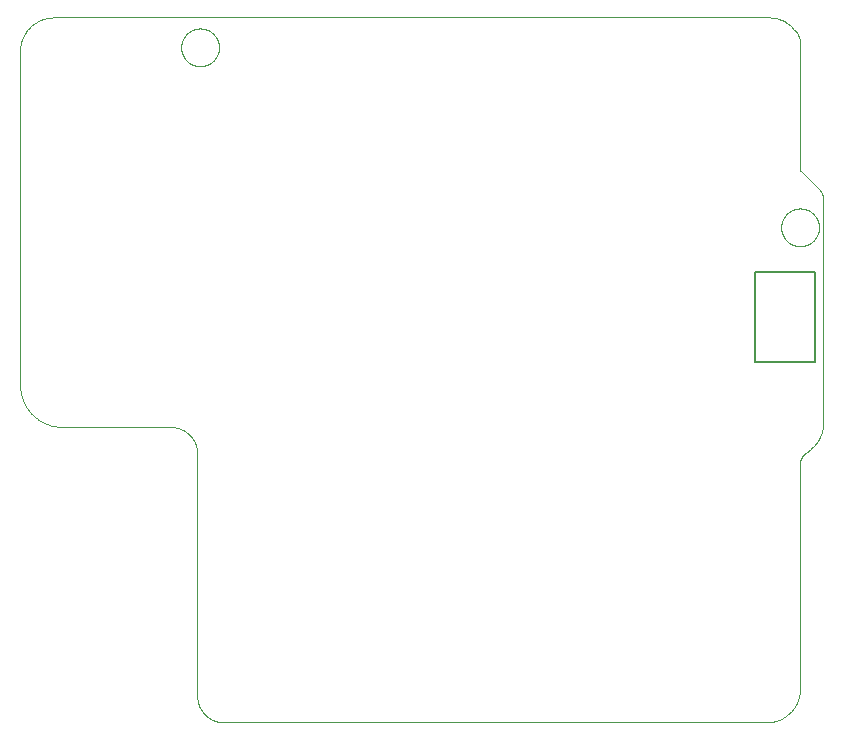
<source format=gbo>
G75*
%MOIN*%
%OFA0B0*%
%FSLAX25Y25*%
%IPPOS*%
%LPD*%
%AMOC8*
5,1,8,0,0,1.08239X$1,22.5*
%
%ADD10C,0.00000*%
%ADD11C,0.00500*%
D10*
X0064055Y0010103D02*
X0064055Y0090922D01*
X0064052Y0091135D01*
X0064045Y0091347D01*
X0064032Y0091560D01*
X0064014Y0091772D01*
X0063991Y0091983D01*
X0063963Y0092194D01*
X0063929Y0092404D01*
X0063891Y0092613D01*
X0063848Y0092822D01*
X0063799Y0093029D01*
X0063746Y0093235D01*
X0063687Y0093439D01*
X0063624Y0093642D01*
X0063556Y0093844D01*
X0063483Y0094044D01*
X0063405Y0094242D01*
X0063323Y0094438D01*
X0063235Y0094632D01*
X0063143Y0094823D01*
X0063047Y0095013D01*
X0062946Y0095200D01*
X0062840Y0095385D01*
X0062730Y0095567D01*
X0062615Y0095746D01*
X0062497Y0095923D01*
X0062374Y0096096D01*
X0062247Y0096267D01*
X0062115Y0096434D01*
X0061980Y0096599D01*
X0061841Y0096759D01*
X0061698Y0096917D01*
X0061551Y0097071D01*
X0061401Y0097221D01*
X0061247Y0097368D01*
X0061089Y0097511D01*
X0060929Y0097650D01*
X0060764Y0097785D01*
X0060597Y0097917D01*
X0060426Y0098044D01*
X0060253Y0098167D01*
X0060076Y0098285D01*
X0059897Y0098400D01*
X0059715Y0098510D01*
X0059530Y0098616D01*
X0059343Y0098717D01*
X0059153Y0098813D01*
X0058962Y0098905D01*
X0058768Y0098993D01*
X0058572Y0099075D01*
X0058374Y0099153D01*
X0058174Y0099226D01*
X0057972Y0099294D01*
X0057769Y0099357D01*
X0057565Y0099416D01*
X0057359Y0099469D01*
X0057152Y0099518D01*
X0056943Y0099561D01*
X0056734Y0099599D01*
X0056524Y0099633D01*
X0056313Y0099661D01*
X0056102Y0099684D01*
X0055890Y0099702D01*
X0055677Y0099715D01*
X0055465Y0099722D01*
X0055252Y0099725D01*
X0019195Y0099725D01*
X0018852Y0099729D01*
X0018509Y0099742D01*
X0018167Y0099762D01*
X0017825Y0099791D01*
X0017484Y0099828D01*
X0017144Y0099874D01*
X0016805Y0099928D01*
X0016468Y0099989D01*
X0016132Y0100059D01*
X0015798Y0100137D01*
X0015466Y0100224D01*
X0015136Y0100318D01*
X0014809Y0100420D01*
X0014484Y0100530D01*
X0014161Y0100647D01*
X0013842Y0100773D01*
X0013526Y0100906D01*
X0013213Y0101047D01*
X0012904Y0101195D01*
X0012598Y0101351D01*
X0012296Y0101514D01*
X0011999Y0101684D01*
X0011705Y0101862D01*
X0011416Y0102046D01*
X0011131Y0102238D01*
X0010851Y0102436D01*
X0010576Y0102641D01*
X0010306Y0102853D01*
X0010041Y0103071D01*
X0009782Y0103295D01*
X0009528Y0103525D01*
X0009280Y0103762D01*
X0009037Y0104005D01*
X0008800Y0104253D01*
X0008570Y0104507D01*
X0008346Y0104766D01*
X0008128Y0105031D01*
X0007916Y0105301D01*
X0007711Y0105576D01*
X0007513Y0105856D01*
X0007321Y0106141D01*
X0007137Y0106430D01*
X0006959Y0106724D01*
X0006789Y0107021D01*
X0006626Y0107323D01*
X0006470Y0107629D01*
X0006322Y0107938D01*
X0006181Y0108251D01*
X0006048Y0108567D01*
X0005922Y0108886D01*
X0005805Y0109209D01*
X0005695Y0109534D01*
X0005593Y0109861D01*
X0005499Y0110191D01*
X0005412Y0110523D01*
X0005334Y0110857D01*
X0005264Y0111193D01*
X0005203Y0111530D01*
X0005149Y0111869D01*
X0005103Y0112209D01*
X0005066Y0112550D01*
X0005037Y0112892D01*
X0005017Y0113234D01*
X0005004Y0113577D01*
X0005000Y0113920D01*
X0005000Y0225098D01*
X0005003Y0225368D01*
X0005013Y0225637D01*
X0005029Y0225907D01*
X0005052Y0226175D01*
X0005081Y0226444D01*
X0005117Y0226711D01*
X0005159Y0226977D01*
X0005208Y0227243D01*
X0005263Y0227507D01*
X0005324Y0227769D01*
X0005392Y0228031D01*
X0005466Y0228290D01*
X0005546Y0228548D01*
X0005633Y0228803D01*
X0005725Y0229056D01*
X0005824Y0229308D01*
X0005929Y0229556D01*
X0006040Y0229802D01*
X0006156Y0230045D01*
X0006279Y0230286D01*
X0006407Y0230523D01*
X0006541Y0230757D01*
X0006680Y0230988D01*
X0006825Y0231215D01*
X0006976Y0231439D01*
X0007132Y0231659D01*
X0007293Y0231876D01*
X0007459Y0232088D01*
X0007631Y0232296D01*
X0007807Y0232500D01*
X0007989Y0232700D01*
X0008175Y0232895D01*
X0008366Y0233086D01*
X0008561Y0233272D01*
X0008761Y0233454D01*
X0008965Y0233630D01*
X0009173Y0233802D01*
X0009385Y0233968D01*
X0009602Y0234129D01*
X0009822Y0234285D01*
X0010046Y0234436D01*
X0010273Y0234581D01*
X0010504Y0234720D01*
X0010738Y0234854D01*
X0010975Y0234982D01*
X0011216Y0235105D01*
X0011459Y0235221D01*
X0011705Y0235332D01*
X0011953Y0235437D01*
X0012205Y0235536D01*
X0012458Y0235628D01*
X0012713Y0235715D01*
X0012971Y0235795D01*
X0013230Y0235869D01*
X0013492Y0235937D01*
X0013754Y0235998D01*
X0014018Y0236053D01*
X0014284Y0236102D01*
X0014550Y0236144D01*
X0014817Y0236180D01*
X0015086Y0236209D01*
X0015354Y0236232D01*
X0015624Y0236248D01*
X0015893Y0236258D01*
X0016163Y0236261D01*
X0254763Y0236261D01*
X0262006Y0233275D02*
X0263110Y0232178D01*
X0265000Y0227635D02*
X0265000Y0185714D01*
X0265293Y0185007D02*
X0271217Y0179158D01*
X0272717Y0175571D02*
X0272717Y0101174D01*
X0272714Y0100903D01*
X0272704Y0100632D01*
X0272687Y0100361D01*
X0272664Y0100091D01*
X0272635Y0099822D01*
X0272598Y0099553D01*
X0272556Y0099285D01*
X0272506Y0099018D01*
X0272451Y0098753D01*
X0272388Y0098489D01*
X0272320Y0098227D01*
X0272245Y0097966D01*
X0272164Y0097707D01*
X0272076Y0097451D01*
X0271982Y0097196D01*
X0271882Y0096944D01*
X0271776Y0096695D01*
X0271664Y0096448D01*
X0271546Y0096204D01*
X0271422Y0095963D01*
X0271292Y0095724D01*
X0271157Y0095490D01*
X0271016Y0095258D01*
X0270869Y0095030D01*
X0270716Y0094806D01*
X0270559Y0094585D01*
X0270396Y0094369D01*
X0270227Y0094156D01*
X0270054Y0093948D01*
X0269875Y0093743D01*
X0269692Y0093544D01*
X0269504Y0093348D01*
X0269311Y0093158D01*
X0269114Y0092972D01*
X0268912Y0092791D01*
X0268705Y0092615D01*
X0268495Y0092444D01*
X0266956Y0091226D01*
X0264843Y0086856D02*
X0264843Y0033371D01*
X0265000Y0012547D01*
X0264997Y0012275D01*
X0264987Y0012004D01*
X0264970Y0011732D01*
X0264947Y0011462D01*
X0264918Y0011191D01*
X0264882Y0010922D01*
X0264839Y0010653D01*
X0264790Y0010386D01*
X0264735Y0010120D01*
X0264673Y0009855D01*
X0264605Y0009592D01*
X0264530Y0009331D01*
X0264450Y0009071D01*
X0264362Y0008814D01*
X0264269Y0008559D01*
X0264170Y0008306D01*
X0264064Y0008055D01*
X0263953Y0007808D01*
X0263835Y0007562D01*
X0263712Y0007320D01*
X0263583Y0007081D01*
X0263448Y0006845D01*
X0263307Y0006613D01*
X0263161Y0006384D01*
X0263009Y0006158D01*
X0262852Y0005936D01*
X0262690Y0005718D01*
X0262522Y0005504D01*
X0262349Y0005294D01*
X0262172Y0005089D01*
X0261989Y0004888D01*
X0261801Y0004691D01*
X0261609Y0004499D01*
X0261412Y0004311D01*
X0261211Y0004128D01*
X0261006Y0003951D01*
X0260796Y0003778D01*
X0260582Y0003610D01*
X0260364Y0003448D01*
X0260142Y0003291D01*
X0259916Y0003139D01*
X0259687Y0002993D01*
X0259455Y0002852D01*
X0259219Y0002717D01*
X0258980Y0002588D01*
X0258738Y0002465D01*
X0258492Y0002347D01*
X0258245Y0002236D01*
X0257994Y0002130D01*
X0257741Y0002031D01*
X0257486Y0001938D01*
X0257229Y0001850D01*
X0256969Y0001770D01*
X0256708Y0001695D01*
X0256445Y0001627D01*
X0256180Y0001565D01*
X0255914Y0001510D01*
X0255647Y0001461D01*
X0255378Y0001418D01*
X0255109Y0001382D01*
X0254838Y0001353D01*
X0254568Y0001330D01*
X0254296Y0001313D01*
X0254025Y0001303D01*
X0253753Y0001300D01*
X0072859Y0001300D01*
X0072646Y0001303D01*
X0072434Y0001310D01*
X0072221Y0001323D01*
X0072009Y0001341D01*
X0071798Y0001364D01*
X0071587Y0001392D01*
X0071377Y0001426D01*
X0071168Y0001464D01*
X0070959Y0001507D01*
X0070752Y0001556D01*
X0070546Y0001609D01*
X0070342Y0001668D01*
X0070139Y0001731D01*
X0069937Y0001799D01*
X0069737Y0001872D01*
X0069539Y0001950D01*
X0069343Y0002032D01*
X0069149Y0002120D01*
X0068958Y0002212D01*
X0068768Y0002308D01*
X0068581Y0002409D01*
X0068396Y0002515D01*
X0068214Y0002625D01*
X0068035Y0002740D01*
X0067858Y0002858D01*
X0067685Y0002981D01*
X0067514Y0003108D01*
X0067347Y0003240D01*
X0067182Y0003375D01*
X0067022Y0003514D01*
X0066864Y0003657D01*
X0066710Y0003804D01*
X0066560Y0003954D01*
X0066413Y0004108D01*
X0066270Y0004266D01*
X0066131Y0004426D01*
X0065996Y0004591D01*
X0065864Y0004758D01*
X0065737Y0004929D01*
X0065614Y0005102D01*
X0065496Y0005279D01*
X0065381Y0005458D01*
X0065271Y0005640D01*
X0065165Y0005825D01*
X0065064Y0006012D01*
X0064968Y0006202D01*
X0064876Y0006393D01*
X0064788Y0006587D01*
X0064706Y0006783D01*
X0064628Y0006981D01*
X0064555Y0007181D01*
X0064487Y0007383D01*
X0064424Y0007586D01*
X0064365Y0007790D01*
X0064312Y0007996D01*
X0064263Y0008203D01*
X0064220Y0008412D01*
X0064182Y0008621D01*
X0064148Y0008831D01*
X0064120Y0009042D01*
X0064097Y0009253D01*
X0064079Y0009465D01*
X0064066Y0009678D01*
X0064059Y0009890D01*
X0064056Y0010103D01*
X0264843Y0086856D02*
X0264845Y0087004D01*
X0264851Y0087151D01*
X0264861Y0087299D01*
X0264874Y0087446D01*
X0264892Y0087593D01*
X0264913Y0087739D01*
X0264939Y0087884D01*
X0264968Y0088029D01*
X0265001Y0088173D01*
X0265038Y0088316D01*
X0265078Y0088458D01*
X0265122Y0088599D01*
X0265171Y0088739D01*
X0265222Y0088877D01*
X0265278Y0089014D01*
X0265337Y0089150D01*
X0265399Y0089283D01*
X0265465Y0089415D01*
X0265535Y0089546D01*
X0265608Y0089674D01*
X0265684Y0089801D01*
X0265764Y0089925D01*
X0265847Y0090047D01*
X0265933Y0090167D01*
X0266022Y0090285D01*
X0266115Y0090400D01*
X0266210Y0090513D01*
X0266308Y0090623D01*
X0266410Y0090731D01*
X0266514Y0090836D01*
X0266621Y0090938D01*
X0266730Y0091037D01*
X0266842Y0091133D01*
X0266957Y0091226D01*
X0258700Y0166300D02*
X0258702Y0166458D01*
X0258708Y0166617D01*
X0258718Y0166775D01*
X0258732Y0166932D01*
X0258750Y0167090D01*
X0258771Y0167246D01*
X0258797Y0167403D01*
X0258827Y0167558D01*
X0258860Y0167713D01*
X0258898Y0167867D01*
X0258939Y0168020D01*
X0258984Y0168171D01*
X0259033Y0168322D01*
X0259086Y0168471D01*
X0259142Y0168619D01*
X0259203Y0168766D01*
X0259266Y0168911D01*
X0259334Y0169054D01*
X0259405Y0169195D01*
X0259479Y0169335D01*
X0259557Y0169473D01*
X0259639Y0169609D01*
X0259724Y0169742D01*
X0259812Y0169874D01*
X0259903Y0170003D01*
X0259998Y0170130D01*
X0260096Y0170254D01*
X0260197Y0170376D01*
X0260301Y0170496D01*
X0260407Y0170613D01*
X0260517Y0170727D01*
X0260630Y0170838D01*
X0260745Y0170946D01*
X0260864Y0171052D01*
X0260984Y0171154D01*
X0261107Y0171254D01*
X0261233Y0171350D01*
X0261361Y0171443D01*
X0261492Y0171533D01*
X0261624Y0171619D01*
X0261759Y0171702D01*
X0261896Y0171782D01*
X0262035Y0171858D01*
X0262175Y0171931D01*
X0262318Y0172000D01*
X0262462Y0172066D01*
X0262607Y0172128D01*
X0262755Y0172186D01*
X0262903Y0172241D01*
X0263053Y0172292D01*
X0263204Y0172339D01*
X0263357Y0172382D01*
X0263510Y0172421D01*
X0263664Y0172457D01*
X0263819Y0172488D01*
X0263975Y0172516D01*
X0264132Y0172540D01*
X0264289Y0172560D01*
X0264447Y0172576D01*
X0264604Y0172588D01*
X0264763Y0172596D01*
X0264921Y0172600D01*
X0265079Y0172600D01*
X0265237Y0172596D01*
X0265396Y0172588D01*
X0265553Y0172576D01*
X0265711Y0172560D01*
X0265868Y0172540D01*
X0266025Y0172516D01*
X0266181Y0172488D01*
X0266336Y0172457D01*
X0266490Y0172421D01*
X0266643Y0172382D01*
X0266796Y0172339D01*
X0266947Y0172292D01*
X0267097Y0172241D01*
X0267245Y0172186D01*
X0267393Y0172128D01*
X0267538Y0172066D01*
X0267682Y0172000D01*
X0267825Y0171931D01*
X0267965Y0171858D01*
X0268104Y0171782D01*
X0268241Y0171702D01*
X0268376Y0171619D01*
X0268508Y0171533D01*
X0268639Y0171443D01*
X0268767Y0171350D01*
X0268893Y0171254D01*
X0269016Y0171154D01*
X0269136Y0171052D01*
X0269255Y0170946D01*
X0269370Y0170838D01*
X0269483Y0170727D01*
X0269593Y0170613D01*
X0269699Y0170496D01*
X0269803Y0170376D01*
X0269904Y0170254D01*
X0270002Y0170130D01*
X0270097Y0170003D01*
X0270188Y0169874D01*
X0270276Y0169742D01*
X0270361Y0169609D01*
X0270443Y0169473D01*
X0270521Y0169335D01*
X0270595Y0169195D01*
X0270666Y0169054D01*
X0270734Y0168911D01*
X0270797Y0168766D01*
X0270858Y0168619D01*
X0270914Y0168471D01*
X0270967Y0168322D01*
X0271016Y0168171D01*
X0271061Y0168020D01*
X0271102Y0167867D01*
X0271140Y0167713D01*
X0271173Y0167558D01*
X0271203Y0167403D01*
X0271229Y0167246D01*
X0271250Y0167090D01*
X0271268Y0166932D01*
X0271282Y0166775D01*
X0271292Y0166617D01*
X0271298Y0166458D01*
X0271300Y0166300D01*
X0271298Y0166142D01*
X0271292Y0165983D01*
X0271282Y0165825D01*
X0271268Y0165668D01*
X0271250Y0165510D01*
X0271229Y0165354D01*
X0271203Y0165197D01*
X0271173Y0165042D01*
X0271140Y0164887D01*
X0271102Y0164733D01*
X0271061Y0164580D01*
X0271016Y0164429D01*
X0270967Y0164278D01*
X0270914Y0164129D01*
X0270858Y0163981D01*
X0270797Y0163834D01*
X0270734Y0163689D01*
X0270666Y0163546D01*
X0270595Y0163405D01*
X0270521Y0163265D01*
X0270443Y0163127D01*
X0270361Y0162991D01*
X0270276Y0162858D01*
X0270188Y0162726D01*
X0270097Y0162597D01*
X0270002Y0162470D01*
X0269904Y0162346D01*
X0269803Y0162224D01*
X0269699Y0162104D01*
X0269593Y0161987D01*
X0269483Y0161873D01*
X0269370Y0161762D01*
X0269255Y0161654D01*
X0269136Y0161548D01*
X0269016Y0161446D01*
X0268893Y0161346D01*
X0268767Y0161250D01*
X0268639Y0161157D01*
X0268508Y0161067D01*
X0268376Y0160981D01*
X0268241Y0160898D01*
X0268104Y0160818D01*
X0267965Y0160742D01*
X0267825Y0160669D01*
X0267682Y0160600D01*
X0267538Y0160534D01*
X0267393Y0160472D01*
X0267245Y0160414D01*
X0267097Y0160359D01*
X0266947Y0160308D01*
X0266796Y0160261D01*
X0266643Y0160218D01*
X0266490Y0160179D01*
X0266336Y0160143D01*
X0266181Y0160112D01*
X0266025Y0160084D01*
X0265868Y0160060D01*
X0265711Y0160040D01*
X0265553Y0160024D01*
X0265396Y0160012D01*
X0265237Y0160004D01*
X0265079Y0160000D01*
X0264921Y0160000D01*
X0264763Y0160004D01*
X0264604Y0160012D01*
X0264447Y0160024D01*
X0264289Y0160040D01*
X0264132Y0160060D01*
X0263975Y0160084D01*
X0263819Y0160112D01*
X0263664Y0160143D01*
X0263510Y0160179D01*
X0263357Y0160218D01*
X0263204Y0160261D01*
X0263053Y0160308D01*
X0262903Y0160359D01*
X0262755Y0160414D01*
X0262607Y0160472D01*
X0262462Y0160534D01*
X0262318Y0160600D01*
X0262175Y0160669D01*
X0262035Y0160742D01*
X0261896Y0160818D01*
X0261759Y0160898D01*
X0261624Y0160981D01*
X0261492Y0161067D01*
X0261361Y0161157D01*
X0261233Y0161250D01*
X0261107Y0161346D01*
X0260984Y0161446D01*
X0260864Y0161548D01*
X0260745Y0161654D01*
X0260630Y0161762D01*
X0260517Y0161873D01*
X0260407Y0161987D01*
X0260301Y0162104D01*
X0260197Y0162224D01*
X0260096Y0162346D01*
X0259998Y0162470D01*
X0259903Y0162597D01*
X0259812Y0162726D01*
X0259724Y0162858D01*
X0259639Y0162991D01*
X0259557Y0163127D01*
X0259479Y0163265D01*
X0259405Y0163405D01*
X0259334Y0163546D01*
X0259266Y0163689D01*
X0259203Y0163834D01*
X0259142Y0163981D01*
X0259086Y0164129D01*
X0259033Y0164278D01*
X0258984Y0164429D01*
X0258939Y0164580D01*
X0258898Y0164733D01*
X0258860Y0164887D01*
X0258827Y0165042D01*
X0258797Y0165197D01*
X0258771Y0165354D01*
X0258750Y0165510D01*
X0258732Y0165668D01*
X0258718Y0165825D01*
X0258708Y0165983D01*
X0258702Y0166142D01*
X0258700Y0166300D01*
X0272717Y0175571D02*
X0272715Y0175709D01*
X0272709Y0175846D01*
X0272700Y0175984D01*
X0272687Y0176121D01*
X0272670Y0176257D01*
X0272649Y0176393D01*
X0272625Y0176529D01*
X0272597Y0176664D01*
X0272566Y0176798D01*
X0272530Y0176931D01*
X0272491Y0177063D01*
X0272449Y0177194D01*
X0272403Y0177323D01*
X0272353Y0177452D01*
X0272300Y0177579D01*
X0272243Y0177704D01*
X0272184Y0177828D01*
X0272120Y0177950D01*
X0272054Y0178071D01*
X0271984Y0178189D01*
X0271911Y0178306D01*
X0271834Y0178421D01*
X0271755Y0178533D01*
X0271673Y0178644D01*
X0271587Y0178752D01*
X0271499Y0178857D01*
X0271408Y0178960D01*
X0271314Y0179061D01*
X0271217Y0179159D01*
X0265293Y0185007D02*
X0265251Y0185051D01*
X0265213Y0185097D01*
X0265177Y0185146D01*
X0265144Y0185197D01*
X0265115Y0185249D01*
X0265088Y0185304D01*
X0265065Y0185359D01*
X0265045Y0185416D01*
X0265029Y0185475D01*
X0265016Y0185534D01*
X0265007Y0185593D01*
X0265002Y0185654D01*
X0265000Y0185714D01*
X0262006Y0233275D02*
X0261826Y0233450D01*
X0261641Y0233620D01*
X0261452Y0233786D01*
X0261260Y0233947D01*
X0261063Y0234103D01*
X0260863Y0234255D01*
X0260659Y0234402D01*
X0260451Y0234543D01*
X0260241Y0234680D01*
X0260026Y0234811D01*
X0259809Y0234937D01*
X0259589Y0235057D01*
X0259366Y0235173D01*
X0259140Y0235282D01*
X0258911Y0235387D01*
X0258680Y0235485D01*
X0258447Y0235578D01*
X0258211Y0235665D01*
X0257974Y0235747D01*
X0257734Y0235822D01*
X0257493Y0235892D01*
X0257250Y0235956D01*
X0257005Y0236013D01*
X0256760Y0236065D01*
X0256513Y0236111D01*
X0256265Y0236151D01*
X0256016Y0236184D01*
X0255766Y0236212D01*
X0255516Y0236233D01*
X0255265Y0236249D01*
X0255014Y0236258D01*
X0254763Y0236261D01*
X0263110Y0232177D02*
X0263220Y0232065D01*
X0263328Y0231950D01*
X0263433Y0231832D01*
X0263535Y0231711D01*
X0263634Y0231588D01*
X0263730Y0231463D01*
X0263822Y0231335D01*
X0263912Y0231205D01*
X0263998Y0231073D01*
X0264082Y0230939D01*
X0264161Y0230803D01*
X0264238Y0230665D01*
X0264311Y0230525D01*
X0264380Y0230383D01*
X0264446Y0230240D01*
X0264509Y0230095D01*
X0264567Y0229949D01*
X0264623Y0229801D01*
X0264674Y0229652D01*
X0264722Y0229501D01*
X0264766Y0229350D01*
X0264807Y0229197D01*
X0264843Y0229044D01*
X0264876Y0228889D01*
X0264905Y0228734D01*
X0264930Y0228578D01*
X0264951Y0228422D01*
X0264969Y0228265D01*
X0264983Y0228108D01*
X0264992Y0227950D01*
X0264998Y0227793D01*
X0265000Y0227635D01*
X0058700Y0226300D02*
X0058702Y0226458D01*
X0058708Y0226617D01*
X0058718Y0226775D01*
X0058732Y0226932D01*
X0058750Y0227090D01*
X0058771Y0227246D01*
X0058797Y0227403D01*
X0058827Y0227558D01*
X0058860Y0227713D01*
X0058898Y0227867D01*
X0058939Y0228020D01*
X0058984Y0228171D01*
X0059033Y0228322D01*
X0059086Y0228471D01*
X0059142Y0228619D01*
X0059203Y0228766D01*
X0059266Y0228911D01*
X0059334Y0229054D01*
X0059405Y0229195D01*
X0059479Y0229335D01*
X0059557Y0229473D01*
X0059639Y0229609D01*
X0059724Y0229742D01*
X0059812Y0229874D01*
X0059903Y0230003D01*
X0059998Y0230130D01*
X0060096Y0230254D01*
X0060197Y0230376D01*
X0060301Y0230496D01*
X0060407Y0230613D01*
X0060517Y0230727D01*
X0060630Y0230838D01*
X0060745Y0230946D01*
X0060864Y0231052D01*
X0060984Y0231154D01*
X0061107Y0231254D01*
X0061233Y0231350D01*
X0061361Y0231443D01*
X0061492Y0231533D01*
X0061624Y0231619D01*
X0061759Y0231702D01*
X0061896Y0231782D01*
X0062035Y0231858D01*
X0062175Y0231931D01*
X0062318Y0232000D01*
X0062462Y0232066D01*
X0062607Y0232128D01*
X0062755Y0232186D01*
X0062903Y0232241D01*
X0063053Y0232292D01*
X0063204Y0232339D01*
X0063357Y0232382D01*
X0063510Y0232421D01*
X0063664Y0232457D01*
X0063819Y0232488D01*
X0063975Y0232516D01*
X0064132Y0232540D01*
X0064289Y0232560D01*
X0064447Y0232576D01*
X0064604Y0232588D01*
X0064763Y0232596D01*
X0064921Y0232600D01*
X0065079Y0232600D01*
X0065237Y0232596D01*
X0065396Y0232588D01*
X0065553Y0232576D01*
X0065711Y0232560D01*
X0065868Y0232540D01*
X0066025Y0232516D01*
X0066181Y0232488D01*
X0066336Y0232457D01*
X0066490Y0232421D01*
X0066643Y0232382D01*
X0066796Y0232339D01*
X0066947Y0232292D01*
X0067097Y0232241D01*
X0067245Y0232186D01*
X0067393Y0232128D01*
X0067538Y0232066D01*
X0067682Y0232000D01*
X0067825Y0231931D01*
X0067965Y0231858D01*
X0068104Y0231782D01*
X0068241Y0231702D01*
X0068376Y0231619D01*
X0068508Y0231533D01*
X0068639Y0231443D01*
X0068767Y0231350D01*
X0068893Y0231254D01*
X0069016Y0231154D01*
X0069136Y0231052D01*
X0069255Y0230946D01*
X0069370Y0230838D01*
X0069483Y0230727D01*
X0069593Y0230613D01*
X0069699Y0230496D01*
X0069803Y0230376D01*
X0069904Y0230254D01*
X0070002Y0230130D01*
X0070097Y0230003D01*
X0070188Y0229874D01*
X0070276Y0229742D01*
X0070361Y0229609D01*
X0070443Y0229473D01*
X0070521Y0229335D01*
X0070595Y0229195D01*
X0070666Y0229054D01*
X0070734Y0228911D01*
X0070797Y0228766D01*
X0070858Y0228619D01*
X0070914Y0228471D01*
X0070967Y0228322D01*
X0071016Y0228171D01*
X0071061Y0228020D01*
X0071102Y0227867D01*
X0071140Y0227713D01*
X0071173Y0227558D01*
X0071203Y0227403D01*
X0071229Y0227246D01*
X0071250Y0227090D01*
X0071268Y0226932D01*
X0071282Y0226775D01*
X0071292Y0226617D01*
X0071298Y0226458D01*
X0071300Y0226300D01*
X0071298Y0226142D01*
X0071292Y0225983D01*
X0071282Y0225825D01*
X0071268Y0225668D01*
X0071250Y0225510D01*
X0071229Y0225354D01*
X0071203Y0225197D01*
X0071173Y0225042D01*
X0071140Y0224887D01*
X0071102Y0224733D01*
X0071061Y0224580D01*
X0071016Y0224429D01*
X0070967Y0224278D01*
X0070914Y0224129D01*
X0070858Y0223981D01*
X0070797Y0223834D01*
X0070734Y0223689D01*
X0070666Y0223546D01*
X0070595Y0223405D01*
X0070521Y0223265D01*
X0070443Y0223127D01*
X0070361Y0222991D01*
X0070276Y0222858D01*
X0070188Y0222726D01*
X0070097Y0222597D01*
X0070002Y0222470D01*
X0069904Y0222346D01*
X0069803Y0222224D01*
X0069699Y0222104D01*
X0069593Y0221987D01*
X0069483Y0221873D01*
X0069370Y0221762D01*
X0069255Y0221654D01*
X0069136Y0221548D01*
X0069016Y0221446D01*
X0068893Y0221346D01*
X0068767Y0221250D01*
X0068639Y0221157D01*
X0068508Y0221067D01*
X0068376Y0220981D01*
X0068241Y0220898D01*
X0068104Y0220818D01*
X0067965Y0220742D01*
X0067825Y0220669D01*
X0067682Y0220600D01*
X0067538Y0220534D01*
X0067393Y0220472D01*
X0067245Y0220414D01*
X0067097Y0220359D01*
X0066947Y0220308D01*
X0066796Y0220261D01*
X0066643Y0220218D01*
X0066490Y0220179D01*
X0066336Y0220143D01*
X0066181Y0220112D01*
X0066025Y0220084D01*
X0065868Y0220060D01*
X0065711Y0220040D01*
X0065553Y0220024D01*
X0065396Y0220012D01*
X0065237Y0220004D01*
X0065079Y0220000D01*
X0064921Y0220000D01*
X0064763Y0220004D01*
X0064604Y0220012D01*
X0064447Y0220024D01*
X0064289Y0220040D01*
X0064132Y0220060D01*
X0063975Y0220084D01*
X0063819Y0220112D01*
X0063664Y0220143D01*
X0063510Y0220179D01*
X0063357Y0220218D01*
X0063204Y0220261D01*
X0063053Y0220308D01*
X0062903Y0220359D01*
X0062755Y0220414D01*
X0062607Y0220472D01*
X0062462Y0220534D01*
X0062318Y0220600D01*
X0062175Y0220669D01*
X0062035Y0220742D01*
X0061896Y0220818D01*
X0061759Y0220898D01*
X0061624Y0220981D01*
X0061492Y0221067D01*
X0061361Y0221157D01*
X0061233Y0221250D01*
X0061107Y0221346D01*
X0060984Y0221446D01*
X0060864Y0221548D01*
X0060745Y0221654D01*
X0060630Y0221762D01*
X0060517Y0221873D01*
X0060407Y0221987D01*
X0060301Y0222104D01*
X0060197Y0222224D01*
X0060096Y0222346D01*
X0059998Y0222470D01*
X0059903Y0222597D01*
X0059812Y0222726D01*
X0059724Y0222858D01*
X0059639Y0222991D01*
X0059557Y0223127D01*
X0059479Y0223265D01*
X0059405Y0223405D01*
X0059334Y0223546D01*
X0059266Y0223689D01*
X0059203Y0223834D01*
X0059142Y0223981D01*
X0059086Y0224129D01*
X0059033Y0224278D01*
X0058984Y0224429D01*
X0058939Y0224580D01*
X0058898Y0224733D01*
X0058860Y0224887D01*
X0058827Y0225042D01*
X0058797Y0225197D01*
X0058771Y0225354D01*
X0058750Y0225510D01*
X0058732Y0225668D01*
X0058718Y0225825D01*
X0058708Y0225983D01*
X0058702Y0226142D01*
X0058700Y0226300D01*
D11*
X0250000Y0151300D02*
X0250000Y0121300D01*
X0270000Y0121300D01*
X0270000Y0151300D01*
X0250000Y0151300D01*
M02*

</source>
